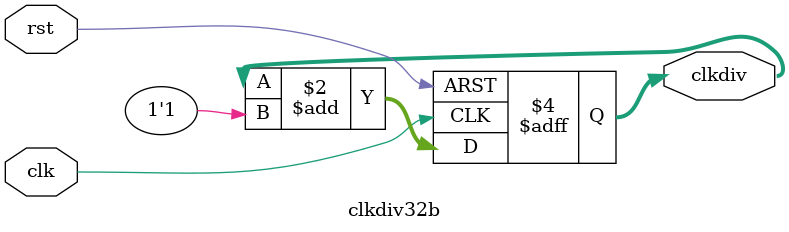
<source format=v>
`timescale 1ns / 1ps
module clkdiv32b(input wire clk,
	input wire rst,
	output reg[31:0] clkdiv
    );

	//clock divider
	initial clkdiv = 0;

	always @(posedge clk or posedge rst) begin
		if (rst) clkdiv <= 0;
		else clkdiv <=	clkdiv + 1'b1;
	end

endmodule

</source>
